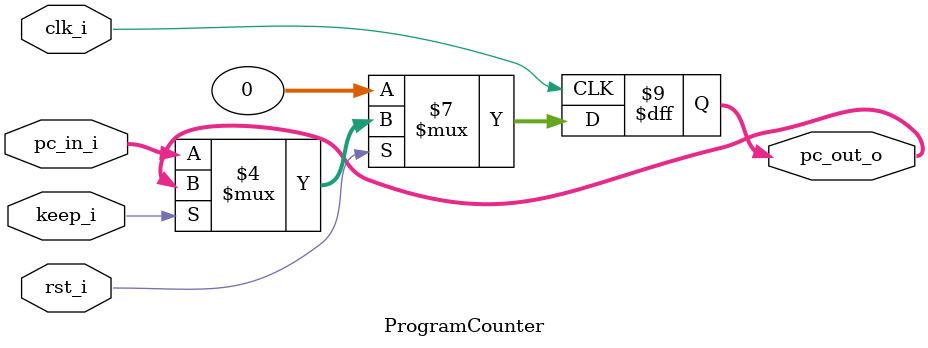
<source format=v>

module ProgramCounter(
    clk_i,
	rst_i,
	pc_in_i,
	keep_i,
	pc_out_o
	);
     
//I/O ports
input           clk_i;
input	        rst_i;
input	        keep_i;
input  [32-1:0] pc_in_i;
output [32-1:0] pc_out_o;
 
//Internal Signals
reg    [32-1:0] pc_out_o;
 
//Parameter

    
//Main function
always @(posedge clk_i) begin
    if(~rst_i)
	    pc_out_o <= 0;
	else if (keep_i)
		pc_out_o <= pc_out_o;
	else
	    pc_out_o <= pc_in_i;
end

endmodule



                    
                    
</source>
